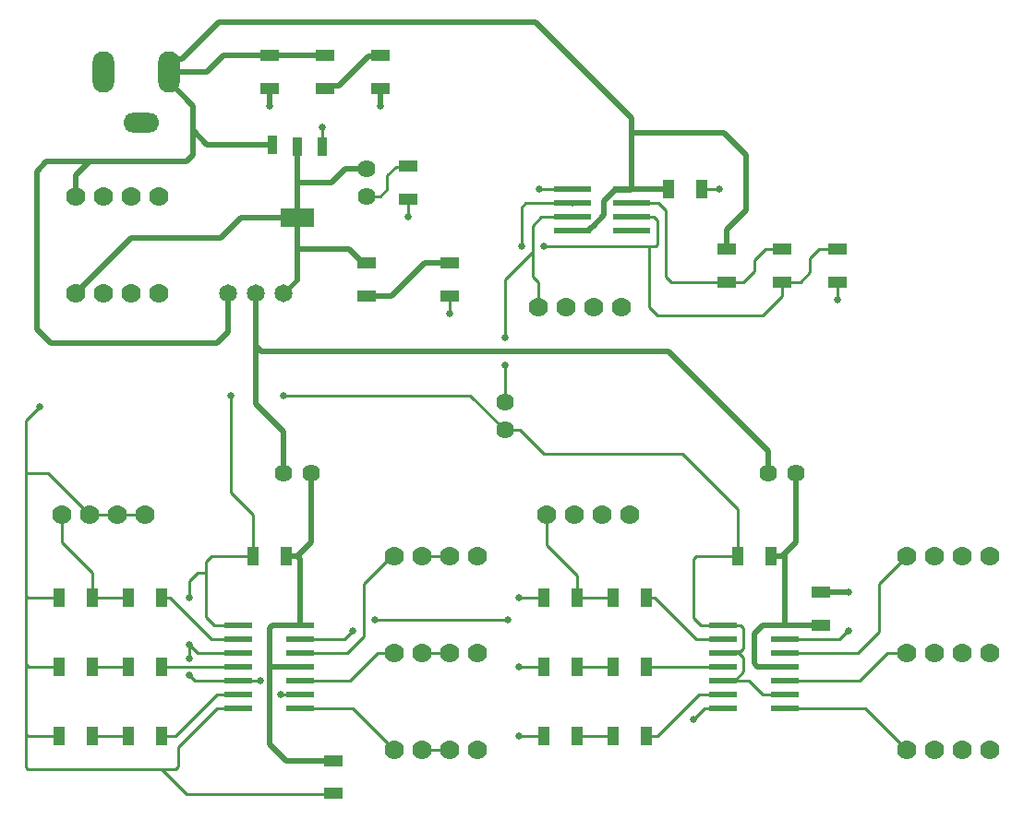
<source format=gtl>
G04*
G04 #@! TF.GenerationSoftware,Altium Limited,Altium Designer,25.2.1 (25)*
G04*
G04 Layer_Physical_Order=1*
G04 Layer_Color=255*
%FSLAX25Y25*%
%MOIN*%
G70*
G04*
G04 #@! TF.SameCoordinates,99A0EC09-0DB1-4406-8349-B672291F68DE*
G04*
G04*
G04 #@! TF.FilePolarity,Positive*
G04*
G01*
G75*
%ADD10C,0.02000*%
%ADD12C,0.01500*%
%ADD14C,0.01000*%
%ADD19R,0.07100X0.04400*%
%ADD20R,0.10433X0.02362*%
%ADD21R,0.03300X0.06693*%
%ADD22R,0.12200X0.06693*%
%ADD23R,0.04400X0.07100*%
%ADD24R,0.13386X0.02362*%
%ADD38C,0.06378*%
%ADD39C,0.07000*%
%ADD40O,0.07874X0.14961*%
%ADD41O,0.12992X0.07087*%
%ADD42C,0.06496*%
%ADD43C,0.02500*%
D10*
X95000Y27000D02*
X101000Y21000D01*
X95000Y27000D02*
Y55000D01*
X96172Y70000D02*
X106000D01*
X95000Y55000D02*
X106165D01*
X95000D02*
Y68828D01*
X96172Y70000D01*
X101000Y21000D02*
X118000D01*
X80000Y176000D02*
Y190000D01*
X11000Y177000D02*
X16000Y172000D01*
X76000D02*
X80000Y176000D01*
X16000Y172000D02*
X76000D01*
X11000Y177000D02*
Y234000D01*
X14500Y237500D01*
X30000D01*
X105000Y195000D02*
Y206102D01*
X77500Y210000D02*
X84705Y217205D01*
X30000Y237500D02*
X65000D01*
X25000Y225000D02*
Y232500D01*
X30000Y237500D01*
X45000Y210000D02*
X77500D01*
X92000Y169000D02*
X239000D01*
X90000Y171000D02*
X92000Y169000D01*
X239000D02*
X275000Y133000D01*
X191000Y288000D02*
X225630Y253370D01*
X76622Y288000D02*
X191000D01*
X63289Y274667D02*
X76622Y288000D01*
X275000Y125000D02*
Y133000D01*
X225630Y248000D02*
X259000D01*
X267000Y240000D01*
Y220000D02*
Y240000D01*
X260000Y213000D02*
X267000Y220000D01*
X260000Y205900D02*
Y213000D01*
X225630Y248000D02*
Y253370D01*
X225449Y227319D02*
X225630Y227500D01*
X219746Y227319D02*
X225449D01*
X215707Y223280D02*
X219746Y227319D01*
X215707Y218135D02*
Y223280D01*
X211668Y214095D02*
X215707Y218135D01*
X211477Y214095D02*
X211668D01*
X209882Y212500D02*
X211477Y214095D01*
X204370Y212500D02*
X209882D01*
X225630Y227500D02*
X239100D01*
X225630D02*
Y248000D01*
X61335Y274667D02*
X63289D01*
X58622Y271954D02*
X61335Y274667D01*
X58622Y270000D02*
Y271954D01*
Y270000D02*
X72324D01*
X90000Y171000D02*
Y190000D01*
X100000Y125000D02*
Y140000D01*
X90000Y150000D02*
X100000Y140000D01*
X90000Y150000D02*
Y171000D01*
X105000Y95000D02*
X106000Y94000D01*
Y70000D02*
Y94000D01*
X100900Y95000D02*
X105000D01*
X110000Y100000D01*
Y125000D01*
X271172Y55000D02*
X281165D01*
X270000Y56172D02*
X271172Y55000D01*
X270000Y56172D02*
Y67000D01*
X273000Y70000D01*
X281000D01*
Y96000D02*
X285000Y100000D01*
X281050Y70050D02*
X293950D01*
X281000Y70000D02*
X281050Y70050D01*
X281000Y70000D02*
Y96000D01*
X280000Y95000D02*
X281000Y96000D01*
X275900Y95000D02*
X280000D01*
X285000Y100000D02*
Y125000D01*
X303950Y81950D02*
X304000Y82000D01*
X294050Y81950D02*
X303950D01*
X294000Y82000D02*
X294050Y81950D01*
X293950Y70050D02*
X294000Y70100D01*
X150900Y200900D02*
X160000D01*
X72510Y243779D02*
X95900D01*
X105102Y206000D02*
X123550D01*
X128650Y200900D01*
X105000Y206102D02*
Y217205D01*
X139100Y189100D02*
X150900Y200900D01*
X130000Y189100D02*
X139100D01*
X135000Y257500D02*
Y264100D01*
X95000Y257500D02*
Y264100D01*
X122500Y235000D02*
X130000D01*
X117500Y230000D02*
X122500Y235000D01*
X105000Y230000D02*
X117500D01*
X105000D02*
Y242795D01*
X84705Y217205D02*
X105000D01*
X25000Y190000D02*
X45000Y210000D01*
X105000Y217205D02*
Y230000D01*
X67500Y248789D02*
X72510Y243779D01*
X67500Y248789D02*
Y257579D01*
X65000Y237500D02*
X67500Y240000D01*
Y248789D01*
X58622Y266457D02*
X67500Y257579D01*
X78224Y275900D02*
X95000D01*
X72324Y270000D02*
X78224Y275900D01*
X120000Y265000D02*
X130536Y275536D01*
X134636D01*
X115900Y265000D02*
X120000D01*
X95000Y275900D02*
X115000D01*
D12*
X105000Y206102D02*
X105102Y206000D01*
X128650Y200900D02*
X130000D01*
X100000Y190000D02*
X105000Y195000D01*
D14*
X100000Y153000D02*
X167500D01*
X180000Y140500D01*
X185500D01*
X194000Y132000D01*
X122000Y65000D02*
X125000Y68000D01*
X106165Y65000D02*
X122000D01*
X133000Y72000D02*
X181000D01*
X99000Y45000D02*
X106165D01*
X68000Y50000D02*
X91750D01*
X56000Y18000D02*
X65000Y9000D01*
X117700D01*
X56000Y18000D02*
X61000D01*
X7586D02*
X56000D01*
X180000Y152000D02*
Y164000D01*
Y174000D02*
Y195000D01*
X266000Y53130D02*
Y58414D01*
X264414Y60000D02*
X266000Y58414D01*
X262870Y50000D02*
X266000Y53130D01*
X258835Y50000D02*
X262870D01*
X258835Y60000D02*
X264414D01*
X262870Y50000D02*
X268000D01*
X258835Y60000D02*
X259516Y60681D01*
X265095D01*
X266000Y61586D01*
Y69000D01*
X265000Y70000D02*
X266000Y69000D01*
X258835Y70000D02*
X265000D01*
X235000Y182000D02*
X273000D01*
X66000Y58000D02*
Y63000D01*
X69000Y60000D02*
X83835D01*
X66000Y63000D02*
X69000Y60000D01*
X180000Y195000D02*
X190000Y205000D01*
X192500Y227500D02*
X204370D01*
X204000Y222000D02*
X204370Y222370D01*
X187500Y222500D02*
X204370D01*
X186000Y207000D02*
Y221000D01*
X204370Y222370D02*
Y222500D01*
X186000Y221000D02*
X187500Y222500D01*
X235500D02*
X238000Y220000D01*
X225630Y222500D02*
X235500D01*
X238000Y196000D02*
Y220000D01*
X234414Y207000D02*
X235000Y207586D01*
X233829Y217500D02*
X235000Y216329D01*
X194000Y207000D02*
X232000D01*
Y185000D02*
Y207000D01*
X235000Y207586D02*
Y216329D01*
X232000Y207000D02*
X234414D01*
X225630Y217500D02*
X233829D01*
X193086D02*
X204370D01*
X190000Y214414D02*
X193086Y217500D01*
X190000Y205000D02*
Y214414D01*
X232000Y185000D02*
X235000Y182000D01*
X273000D02*
X280000Y189000D01*
Y194100D01*
X190000Y196000D02*
X192000Y194000D01*
Y185000D02*
Y194000D01*
X190000Y196000D02*
Y205000D01*
X81000Y118000D02*
X89100Y109900D01*
X81000Y118000D02*
Y153000D01*
X89100Y95000D02*
Y109900D01*
X129000Y66000D02*
Y85000D01*
X139000Y95000D01*
X123000Y60000D02*
X129000Y66000D01*
X7000Y18586D02*
Y30586D01*
Y18586D02*
X7586Y18000D01*
X61000D02*
X62000Y19000D01*
Y26000D01*
X76000Y40000D02*
X83835D01*
X62000Y26000D02*
X76000Y40000D01*
X150000Y25000D02*
X160000D01*
X150000Y60000D02*
X160000D01*
X150000Y95000D02*
X160000D01*
X66000Y52000D02*
X68000Y50000D01*
X66000Y80000D02*
Y86000D01*
X69000Y89000D01*
X72000D01*
Y93000D01*
X7000Y125000D02*
X15000D01*
X29000Y111000D01*
X30000D01*
Y110000D02*
Y111000D01*
X7000Y125000D02*
Y144000D01*
X40000Y110000D02*
X50000D01*
X30000D02*
X40000D01*
X7000Y80586D02*
Y125000D01*
Y30586D02*
Y56000D01*
Y30586D02*
X7586Y30000D01*
X19100D01*
X7000Y56000D02*
Y80586D01*
Y56000D02*
X8000Y55000D01*
X19100D01*
X7000Y144000D02*
X12000Y149000D01*
X7000Y80586D02*
X7586Y80000D01*
X19100D01*
X20000Y100000D02*
Y110000D01*
Y100000D02*
X30900Y89100D01*
Y80000D02*
Y89100D01*
Y30000D02*
X44100D01*
X30900Y55000D02*
X44100D01*
X30900Y80000D02*
X44100D01*
X100000Y95000D02*
X100900D01*
X55900Y30000D02*
X61000D01*
X76000Y45000D01*
X83835D01*
X55900Y55000D02*
X83835D01*
X72000Y73000D02*
Y89000D01*
Y73000D02*
X75000Y70000D01*
X83835D01*
X72000Y93000D02*
X74000Y95000D01*
X59014Y79986D02*
X74000Y65000D01*
X83835D01*
X55900Y80000D02*
X55914Y79986D01*
X59014D01*
X74000Y95000D02*
X89100D01*
X139000D02*
X140000D01*
X107681Y60000D02*
X123000D01*
X107000Y60681D02*
X107681Y60000D01*
X106319D02*
X107000Y60681D01*
X106165Y60000D02*
X106319D01*
X106165Y50000D02*
X124000D01*
X134000Y60000D02*
X140000D01*
X124000Y50000D02*
X134000Y60000D01*
X315000Y85000D02*
X325000Y95000D01*
X315000Y67586D02*
Y85000D01*
X307414Y60000D02*
X315000Y67586D01*
X310000Y40000D02*
X325000Y25000D01*
X281165Y40000D02*
X310000D01*
X125000D02*
X140000Y25000D01*
X106165Y40000D02*
X125000D01*
X194000Y132000D02*
X244000D01*
X264100Y111900D01*
Y95000D02*
Y111900D01*
X268000Y50000D02*
X273000Y45000D01*
X281165D01*
X249000Y65000D02*
X258835D01*
X230900Y80000D02*
X230914Y79986D01*
X234014D02*
X249000Y65000D01*
X230914Y79986D02*
X234014D01*
X250586Y70000D02*
X258835D01*
X248000Y72586D02*
X250586Y70000D01*
X248000Y72586D02*
Y94000D01*
X249000Y95000D01*
X264100D01*
X260000Y194100D02*
X266100D01*
X239900D02*
X260000D01*
X238000Y196000D02*
X239900Y194100D01*
X266100D02*
X270000Y198000D01*
Y201800D01*
X274100Y205900D01*
X280000D01*
X195000Y99000D02*
X206000Y88000D01*
Y80100D02*
Y88000D01*
X195000Y99000D02*
Y110000D01*
X205900Y80000D02*
X206000Y80100D01*
X248000Y36000D02*
X252000Y40000D01*
X258835D01*
X300594Y65000D02*
X303594Y68000D01*
X304000D01*
X281165Y65000D02*
X300594D01*
X318000Y60000D02*
X325000D01*
X308000Y50000D02*
X318000Y60000D01*
X281165Y50000D02*
X308000D01*
X281165Y60000D02*
X307414D01*
X294000Y81900D02*
Y82000D01*
X290000Y197500D02*
Y202500D01*
X293400Y205900D01*
X286600Y194100D02*
X290000Y197500D01*
X280000Y194100D02*
X286600D01*
X293400Y205900D02*
X300000D01*
Y187500D02*
Y194100D01*
X185000Y30000D02*
X194100D01*
X185000Y55000D02*
X194100D01*
X185000Y80000D02*
X194100D01*
X205900Y30000D02*
X219100D01*
X205900Y55000D02*
X219100D01*
X205900Y80000D02*
X219100D01*
X230900Y30000D02*
X235000D01*
X250000Y45000D01*
X258835D01*
X230900Y55000D02*
X258835D01*
X250900Y227500D02*
X257500D01*
X160000Y182500D02*
Y189100D01*
X137500Y227500D02*
Y232500D01*
X130000Y225000D02*
X135000D01*
X144636Y235536D02*
X145000Y235900D01*
X135000Y225000D02*
X137500Y227500D01*
Y232500D02*
X140536Y235536D01*
X144636D01*
X145000Y217500D02*
Y224100D01*
X114000Y244000D02*
Y250000D01*
Y244000D02*
X114100Y243900D01*
Y242795D02*
Y243900D01*
X115000Y264100D02*
X115900Y265000D01*
X134636Y275536D02*
X135000Y275900D01*
D19*
X118000Y21000D02*
D03*
Y9200D02*
D03*
X294000Y81900D02*
D03*
Y70100D02*
D03*
X95000Y264100D02*
D03*
Y275900D02*
D03*
X115000Y264100D02*
D03*
Y275900D02*
D03*
X135000D02*
D03*
Y264100D02*
D03*
X280000Y205900D02*
D03*
Y194100D02*
D03*
X260000Y205900D02*
D03*
Y194100D02*
D03*
X130000Y189100D02*
D03*
Y200900D02*
D03*
X160000D02*
D03*
Y189100D02*
D03*
X145000Y224100D02*
D03*
Y235900D02*
D03*
X300000Y194100D02*
D03*
Y205900D02*
D03*
D20*
X281000Y70000D02*
D03*
X281165Y65000D02*
D03*
Y60000D02*
D03*
Y55000D02*
D03*
Y50000D02*
D03*
Y45000D02*
D03*
Y40000D02*
D03*
X258835D02*
D03*
Y45000D02*
D03*
Y50000D02*
D03*
Y55000D02*
D03*
Y60000D02*
D03*
Y65000D02*
D03*
Y70000D02*
D03*
X106000D02*
D03*
X106165Y65000D02*
D03*
Y60000D02*
D03*
Y55000D02*
D03*
Y50000D02*
D03*
Y45000D02*
D03*
Y40000D02*
D03*
X83835D02*
D03*
Y45000D02*
D03*
Y50000D02*
D03*
Y55000D02*
D03*
Y60000D02*
D03*
Y65000D02*
D03*
Y70000D02*
D03*
D21*
X95900Y243779D02*
D03*
X105000Y242795D02*
D03*
X114100D02*
D03*
D22*
X105000Y217205D02*
D03*
D23*
X219100Y30000D02*
D03*
X230900D02*
D03*
X44100D02*
D03*
X55900D02*
D03*
X205900D02*
D03*
X194100D02*
D03*
X30900D02*
D03*
X19100D02*
D03*
X205900Y55000D02*
D03*
X194100D02*
D03*
X219100D02*
D03*
X230900D02*
D03*
X100900Y95000D02*
D03*
X89100D02*
D03*
X44100Y80000D02*
D03*
X55900D02*
D03*
X44100Y55000D02*
D03*
X55900D02*
D03*
X30900Y80000D02*
D03*
X19100D02*
D03*
X30900Y55000D02*
D03*
X19100D02*
D03*
X205900Y80000D02*
D03*
X194100D02*
D03*
X219100D02*
D03*
X230900D02*
D03*
X275900Y95000D02*
D03*
X264100D02*
D03*
X250900Y227500D02*
D03*
X239100D02*
D03*
D24*
X225630D02*
D03*
Y222500D02*
D03*
Y217500D02*
D03*
Y212500D02*
D03*
X204370D02*
D03*
Y217500D02*
D03*
Y222500D02*
D03*
Y227500D02*
D03*
D38*
X180000Y140500D02*
D03*
Y150500D02*
D03*
X130000Y235000D02*
D03*
Y225000D02*
D03*
X275000Y125000D02*
D03*
X285000D02*
D03*
X100000D02*
D03*
X110000D02*
D03*
D39*
X335000Y60000D02*
D03*
X325000D02*
D03*
X355000D02*
D03*
X345000D02*
D03*
X335000Y95000D02*
D03*
X325000D02*
D03*
X355000D02*
D03*
X345000D02*
D03*
X335000Y25000D02*
D03*
X325000D02*
D03*
X355000D02*
D03*
X345000D02*
D03*
X205000Y110000D02*
D03*
X195000D02*
D03*
X225000D02*
D03*
X215000D02*
D03*
X35000Y190000D02*
D03*
X25000D02*
D03*
X55000D02*
D03*
X45000D02*
D03*
X35000Y225000D02*
D03*
X25000D02*
D03*
X55000D02*
D03*
X45000D02*
D03*
X202000Y185000D02*
D03*
X192000D02*
D03*
X222000D02*
D03*
X212000D02*
D03*
X30000Y110000D02*
D03*
X20000D02*
D03*
X50000D02*
D03*
X40000D02*
D03*
X150000Y95000D02*
D03*
X140000D02*
D03*
X170000D02*
D03*
X160000D02*
D03*
X150000Y60000D02*
D03*
X140000D02*
D03*
X170000D02*
D03*
X160000D02*
D03*
X150000Y25000D02*
D03*
X140000D02*
D03*
X170000D02*
D03*
X160000D02*
D03*
D40*
X58622Y270000D02*
D03*
X35000D02*
D03*
D41*
X48779Y251693D02*
D03*
D42*
X100000Y190000D02*
D03*
X90000D02*
D03*
X80000D02*
D03*
D43*
X125000Y68000D02*
D03*
X181000Y72000D02*
D03*
X133000D02*
D03*
X99000Y45000D02*
D03*
X91750Y50000D02*
D03*
X180000Y164000D02*
D03*
Y174000D02*
D03*
X66000Y63000D02*
D03*
X192500Y227500D02*
D03*
X194000Y207000D02*
D03*
X186000D02*
D03*
X81000Y153000D02*
D03*
X100000D02*
D03*
X66000Y52000D02*
D03*
Y58000D02*
D03*
Y80000D02*
D03*
X12000Y149000D02*
D03*
X248000Y36000D02*
D03*
X304000Y68000D02*
D03*
Y82000D02*
D03*
X300000Y187500D02*
D03*
X185000Y30000D02*
D03*
Y55000D02*
D03*
Y80000D02*
D03*
X257500Y227500D02*
D03*
X160000Y182500D02*
D03*
X135000Y257500D02*
D03*
X95000D02*
D03*
X145000Y217500D02*
D03*
X114000Y250000D02*
D03*
M02*

</source>
